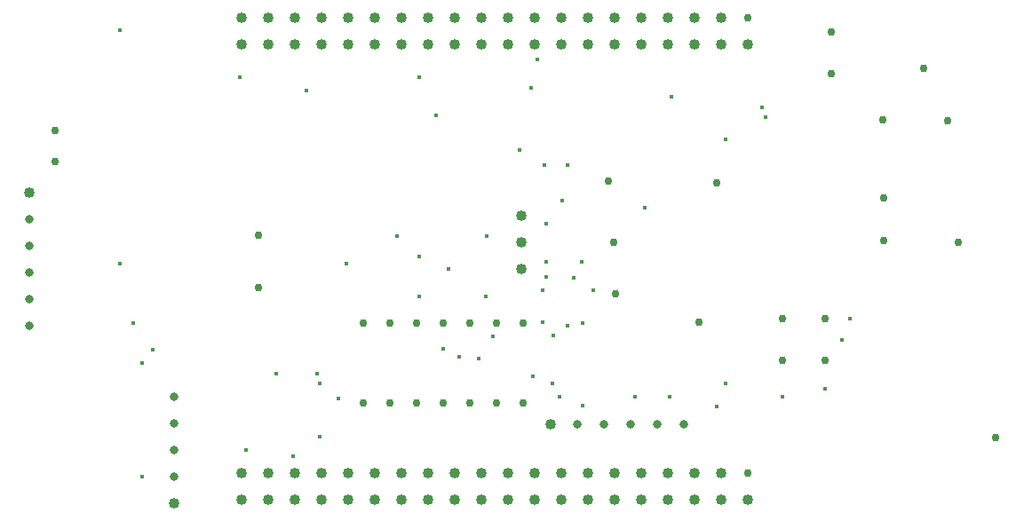
<source format=gbr>
G04 PROTEUS GERBER X2 FILE*
%TF.GenerationSoftware,Labcenter,Proteus,8.16-SP3-Build36097*%
%TF.CreationDate,2025-11-07T09:34:26+00:00*%
%TF.FileFunction,Plated,1,2,PTH*%
%TF.FilePolarity,Positive*%
%TF.Part,Single*%
%TF.SameCoordinates,{86f2edb6-a998-41b4-a695-59585592bfa3}*%
%FSLAX45Y45*%
%MOMM*%
G01*
%TA.AperFunction,ViaDrill*%
%ADD91C,0.381000*%
%TA.AperFunction,ComponentDrill*%
%ADD92C,1.016000*%
%TA.AperFunction,ComponentDrill*%
%ADD93C,0.762000*%
%TA.AperFunction,ComponentDrill*%
%ADD94C,0.800000*%
%TD.AperFunction*%
D91*
X+160000Y-530000D03*
X+110000Y+670000D03*
X+2010000Y+1560000D03*
X+1150000Y+1660000D03*
X-557000Y-632000D03*
X+1665500Y-1076500D03*
X-190000Y+1740000D03*
X+23360Y-620000D03*
X+1660000Y+1250000D03*
X-2030000Y-1220000D03*
X-874500Y-822500D03*
X-50000Y+80000D03*
X+290000Y+80000D03*
X-1470000Y+330000D03*
X-610000Y+330000D03*
X-48037Y-61963D03*
X+214706Y-68824D03*
X-980000Y+12000D03*
X+1133360Y-1200000D03*
X+2210000Y-1200000D03*
X+2850000Y-460000D03*
X-1030000Y-750000D03*
X+2610000Y-1130000D03*
X-686000Y-840000D03*
X+800000Y-1200000D03*
X+80000Y-1200000D03*
X-620500Y-251000D03*
X+14500Y-1076500D03*
X-1255500Y+1844500D03*
X-2970000Y+1844500D03*
X-176000Y-1013000D03*
X-4113000Y+2289000D03*
X+1580000Y-1300000D03*
X+300000Y-1290000D03*
X+2046500Y+1463500D03*
X-1100000Y+1480000D03*
X-60000Y+1010000D03*
X+160000Y+1010000D03*
X+2770000Y-660000D03*
X+300000Y-500000D03*
X-2208000Y-1584500D03*
X-3795500Y-759000D03*
X-4113000Y+66500D03*
X-1954000Y+66500D03*
X-49000Y+447500D03*
X-1255500Y+130000D03*
X-2230000Y-980000D03*
X-2620000Y-980000D03*
X+400000Y-190000D03*
X-80000Y-190000D03*
X-80000Y-490000D03*
X-303000Y+1146000D03*
X-3900000Y-1966000D03*
X-3900000Y-880000D03*
X+893971Y+603016D03*
X-2912000Y-1712000D03*
X-1255500Y-251000D03*
X-2335000Y+1717500D03*
X-2462000Y-1775000D03*
X-3986000Y-505000D03*
X-2208000Y-1076500D03*
X-130000Y+2010000D03*
D92*
X-280000Y+520000D03*
X-280000Y+266000D03*
X-280000Y+12000D03*
D93*
X+2670000Y+2280000D03*
X+2670000Y+1880000D03*
X+3550000Y+1930000D03*
X+3160000Y+1440000D03*
X+3780000Y+1430000D03*
X+3170000Y+690000D03*
X+3170000Y+290000D03*
X+3880000Y+270000D03*
X+550000Y+850000D03*
X+1580000Y+840000D03*
X+600000Y+270000D03*
X+610000Y-220000D03*
X+1410000Y-490000D03*
X+2210000Y-460000D03*
X+2610000Y-460000D03*
X+2210000Y-860000D03*
X+2610000Y-860000D03*
X-4730000Y+1340000D03*
X-4730000Y+1040000D03*
X-2790000Y+340000D03*
X-2790000Y-160000D03*
D92*
X-4970000Y+740000D03*
D94*
X-4970000Y+486000D03*
X-4970000Y+232000D03*
X-4970000Y-22000D03*
X-4970000Y-276000D03*
X-4970000Y-530000D03*
D93*
X-1790000Y-498000D03*
X-1536000Y-498000D03*
X-1282000Y-498000D03*
X-1028000Y-498000D03*
X-774000Y-498000D03*
X-520000Y-498000D03*
X-266000Y-498000D03*
X-266000Y-1260000D03*
X-520000Y-1260000D03*
X-774000Y-1260000D03*
X-1028000Y-1260000D03*
X-1282000Y-1260000D03*
X-1536000Y-1260000D03*
X-1790000Y-1260000D03*
D92*
X-3590000Y-2220000D03*
D94*
X-3590000Y-1966000D03*
X-3590000Y-1712000D03*
X-3590000Y-1458000D03*
X-3590000Y-1204000D03*
D93*
X+4240000Y-1590000D03*
X+1876000Y+2414000D03*
D92*
X+1622000Y+2414000D03*
X+1368000Y+2414000D03*
X+1114000Y+2414000D03*
X+860000Y+2414000D03*
X+606000Y+2414000D03*
X+352000Y+2414000D03*
X+98000Y+2414000D03*
X-156000Y+2414000D03*
X-410000Y+2414000D03*
X-664000Y+2414000D03*
X-918000Y+2414000D03*
X-1172000Y+2414000D03*
X-1426000Y+2414000D03*
X-1680000Y+2414000D03*
X-1934000Y+2414000D03*
X-2188000Y+2414000D03*
X-2442000Y+2414000D03*
X-2696000Y+2414000D03*
X-2950000Y+2414000D03*
X-2950000Y+2160000D03*
X-2696000Y+2160000D03*
X-2442000Y+2160000D03*
X-2188000Y+2160000D03*
X-1934000Y+2160000D03*
X-1680000Y+2160000D03*
X-1426000Y+2160000D03*
X-1172000Y+2160000D03*
X-918000Y+2160000D03*
X-664000Y+2160000D03*
X-410000Y+2160000D03*
X-156000Y+2160000D03*
X+98000Y+2160000D03*
X+352000Y+2160000D03*
X+606000Y+2160000D03*
X+860000Y+2160000D03*
X+1114000Y+2160000D03*
X+1368000Y+2160000D03*
X+1622000Y+2160000D03*
X+1876000Y+2160000D03*
D93*
X+1876000Y-1928620D03*
D92*
X+1622000Y-1928620D03*
X+1368000Y-1928620D03*
X+1114000Y-1928620D03*
X+860000Y-1928620D03*
X+606000Y-1928620D03*
X+352000Y-1928620D03*
X+98000Y-1928620D03*
X-156000Y-1928620D03*
X-410000Y-1928620D03*
X-664000Y-1928620D03*
X-918000Y-1928620D03*
X-1172000Y-1928620D03*
X-1426000Y-1928620D03*
X-1680000Y-1928620D03*
X-1934000Y-1928620D03*
X-2188000Y-1928620D03*
X-2442000Y-1928620D03*
X-2696000Y-1928620D03*
X-2950000Y-1928620D03*
X-2950000Y-2182620D03*
X-2696000Y-2182620D03*
X-2442000Y-2182620D03*
X-2188000Y-2182620D03*
X-1934000Y-2182620D03*
X-1680000Y-2182620D03*
X-1426000Y-2182620D03*
X-1172000Y-2182620D03*
X-918000Y-2182620D03*
X-664000Y-2182620D03*
X-410000Y-2182620D03*
X-156000Y-2182620D03*
X+98000Y-2182620D03*
X+352000Y-2182620D03*
X+606000Y-2182620D03*
X+860000Y-2182620D03*
X+1114000Y-2182620D03*
X+1368000Y-2182620D03*
X+1622000Y-2182620D03*
X+1876000Y-2182620D03*
X+0Y-1470000D03*
D94*
X+254000Y-1470000D03*
X+508000Y-1470000D03*
X+762000Y-1470000D03*
X+1016000Y-1470000D03*
X+1270000Y-1470000D03*
M02*

</source>
